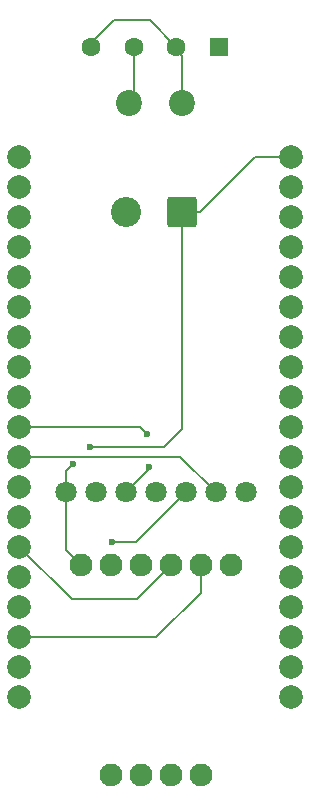
<source format=gbr>
%TF.GenerationSoftware,KiCad,Pcbnew,8.0.6*%
%TF.CreationDate,2025-01-26T20:50:08-07:00*%
%TF.ProjectId,ESP32 IMU,45535033-3220-4494-9d55-2e6b69636164,rev?*%
%TF.SameCoordinates,Original*%
%TF.FileFunction,Copper,L1,Top*%
%TF.FilePolarity,Positive*%
%FSLAX46Y46*%
G04 Gerber Fmt 4.6, Leading zero omitted, Abs format (unit mm)*
G04 Created by KiCad (PCBNEW 8.0.6) date 2025-01-26 20:50:08*
%MOMM*%
%LPD*%
G01*
G04 APERTURE LIST*
G04 Aperture macros list*
%AMRoundRect*
0 Rectangle with rounded corners*
0 $1 Rounding radius*
0 $2 $3 $4 $5 $6 $7 $8 $9 X,Y pos of 4 corners*
0 Add a 4 corners polygon primitive as box body*
4,1,4,$2,$3,$4,$5,$6,$7,$8,$9,$2,$3,0*
0 Add four circle primitives for the rounded corners*
1,1,$1+$1,$2,$3*
1,1,$1+$1,$4,$5*
1,1,$1+$1,$6,$7*
1,1,$1+$1,$8,$9*
0 Add four rect primitives between the rounded corners*
20,1,$1+$1,$2,$3,$4,$5,0*
20,1,$1+$1,$4,$5,$6,$7,0*
20,1,$1+$1,$6,$7,$8,$9,0*
20,1,$1+$1,$8,$9,$2,$3,0*%
G04 Aperture macros list end*
%TA.AperFunction,ComponentPad*%
%ADD10C,1.800000*%
%TD*%
%TA.AperFunction,ComponentPad*%
%ADD11C,2.200000*%
%TD*%
%TA.AperFunction,ComponentPad*%
%ADD12RoundRect,0.249999X1.025001X1.025001X-1.025001X1.025001X-1.025001X-1.025001X1.025001X-1.025001X0*%
%TD*%
%TA.AperFunction,ComponentPad*%
%ADD13C,2.550000*%
%TD*%
%TA.AperFunction,ComponentPad*%
%ADD14RoundRect,0.250000X0.550000X0.550000X-0.550000X0.550000X-0.550000X-0.550000X0.550000X-0.550000X0*%
%TD*%
%TA.AperFunction,ComponentPad*%
%ADD15C,1.600000*%
%TD*%
%TA.AperFunction,ComponentPad*%
%ADD16C,2.000000*%
%TD*%
%TA.AperFunction,ComponentPad*%
%ADD17C,1.930400*%
%TD*%
%TA.AperFunction,ViaPad*%
%ADD18C,0.600000*%
%TD*%
%TA.AperFunction,Conductor*%
%ADD19C,0.200000*%
%TD*%
G04 APERTURE END LIST*
D10*
%TO.P,CAN Bus (Facing UP),1,INT*%
%TO.N,unconnected-(UNIT_2-INT-Pad1)*%
X137120000Y-100190000D03*
%TO.P,CAN Bus (Facing UP),2,SCK*%
%TO.N,SCK*%
X134580000Y-100190000D03*
%TO.P,CAN Bus (Facing UP),3,SI*%
%TO.N,SI*%
X132040000Y-100190000D03*
%TO.P,CAN Bus (Facing UP),4,SO*%
%TO.N,SO*%
X129500000Y-100190000D03*
%TO.P,CAN Bus (Facing UP),5,CS*%
%TO.N,CS*%
X126960000Y-100190000D03*
%TO.P,CAN Bus (Facing UP),6,GND*%
%TO.N,GND*%
X124420000Y-100190000D03*
%TO.P,CAN Bus (Facing UP),7,VCC*%
%TO.N,+5v*%
X121880000Y-100190000D03*
D11*
%TO.P,CAN Bus (Facing UP),8,VCC*%
%TO.N,High*%
X131750000Y-67250000D03*
%TO.P,CAN Bus (Facing UP),9,GND*%
%TO.N,Low*%
X127250000Y-67250000D03*
%TD*%
D12*
%TO.P,J1,1,Pin_1*%
%TO.N,+5v*%
X131750000Y-76500000D03*
D13*
%TO.P,J1,2,Pin_2*%
%TO.N,GND*%
X126950000Y-76500000D03*
%TD*%
D14*
%TO.P,J2,1,Pin_1*%
%TO.N,Low*%
X134850000Y-62500000D03*
D15*
%TO.P,J2,2,Pin_2*%
%TO.N,High*%
X131250000Y-62500000D03*
%TO.P,J2,3,Pin_3*%
%TO.N,Low*%
X127650000Y-62500000D03*
%TO.P,J2,4,Pin_4*%
%TO.N,High*%
X124050000Y-62500000D03*
%TD*%
D16*
%TO.P,UNIT_1,J2-1,3V3*%
%TO.N,unconnected-(UNIT_1-3V3-PadJ2-1)*%
X140981400Y-117536000D03*
%TO.P,UNIT_1,J2-2,EN*%
%TO.N,unconnected-(UNIT_1-EN-PadJ2-2)*%
X140981400Y-114996000D03*
%TO.P,UNIT_1,J2-3,SENSOR_VP*%
%TO.N,unconnected-(UNIT_1-SENSOR_VP-PadJ2-3)*%
X140981400Y-112456000D03*
%TO.P,UNIT_1,J2-4,SENSOR_VN*%
%TO.N,unconnected-(UNIT_1-SENSOR_VN-PadJ2-4)*%
X140981400Y-109916000D03*
%TO.P,UNIT_1,J2-5,IO34*%
%TO.N,unconnected-(UNIT_1-IO34-PadJ2-5)*%
X140981400Y-107376000D03*
%TO.P,UNIT_1,J2-6,IO35*%
%TO.N,unconnected-(UNIT_1-IO35-PadJ2-6)*%
X140981400Y-104836000D03*
%TO.P,UNIT_1,J2-7,IO32*%
%TO.N,unconnected-(UNIT_1-IO32-PadJ2-7)*%
X140981400Y-102296000D03*
%TO.P,UNIT_1,J2-8,IO33*%
%TO.N,unconnected-(UNIT_1-IO33-PadJ2-8)*%
X140981400Y-99756000D03*
%TO.P,UNIT_1,J2-9,IO25*%
%TO.N,unconnected-(UNIT_1-IO25-PadJ2-9)*%
X140981400Y-97216000D03*
%TO.P,UNIT_1,J2-10,IO26*%
%TO.N,unconnected-(UNIT_1-IO26-PadJ2-10)*%
X140981400Y-94676000D03*
%TO.P,UNIT_1,J2-11,IO27*%
%TO.N,unconnected-(UNIT_1-IO27-PadJ2-11)*%
X140981400Y-92136000D03*
%TO.P,UNIT_1,J2-12,IO14*%
%TO.N,unconnected-(UNIT_1-IO14-PadJ2-12)*%
X140981400Y-89596000D03*
%TO.P,UNIT_1,J2-13,IO12*%
%TO.N,unconnected-(UNIT_1-IO12-PadJ2-13)*%
X140981400Y-87056000D03*
%TO.P,UNIT_1,J2-14,GND1*%
%TO.N,GND*%
X140981400Y-84516000D03*
%TO.P,UNIT_1,J2-15,IO13*%
%TO.N,unconnected-(UNIT_1-IO13-PadJ2-15)*%
X140981400Y-81976000D03*
%TO.P,UNIT_1,J2-16,SD2*%
%TO.N,unconnected-(UNIT_1-SD2-PadJ2-16)*%
X140981400Y-79436000D03*
%TO.P,UNIT_1,J2-17,SD3*%
%TO.N,unconnected-(UNIT_1-SD3-PadJ2-17)*%
X140981400Y-76896000D03*
%TO.P,UNIT_1,J2-18,CMD*%
%TO.N,unconnected-(UNIT_1-CMD-PadJ2-18)*%
X140981400Y-74356000D03*
%TO.P,UNIT_1,J2-19,EXT_5V*%
%TO.N,+5v*%
X140981400Y-71816000D03*
%TO.P,UNIT_1,J3-1,GND3*%
%TO.N,GND*%
X117941400Y-117516000D03*
%TO.P,UNIT_1,J3-2,IO23*%
%TO.N,SI*%
X117941400Y-114976000D03*
%TO.P,UNIT_1,J3-3,IO22*%
%TO.N,SCL*%
X117941400Y-112436000D03*
%TO.P,UNIT_1,J3-4,TXD0*%
%TO.N,unconnected-(UNIT_1-TXD0-PadJ3-4)*%
X117941400Y-109896000D03*
%TO.P,UNIT_1,J3-5,RXD0*%
%TO.N,unconnected-(UNIT_1-RXD0-PadJ3-5)*%
X117941400Y-107356000D03*
%TO.P,UNIT_1,J3-6,IO21*%
%TO.N,SDA*%
X117941400Y-104816000D03*
%TO.P,UNIT_1,J3-7,GND2*%
%TO.N,GND*%
X117941400Y-102276000D03*
%TO.P,UNIT_1,J3-8,IO19*%
%TO.N,SO*%
X117941400Y-99736000D03*
%TO.P,UNIT_1,J3-9,IO18*%
%TO.N,SCK*%
X117941400Y-97196000D03*
%TO.P,UNIT_1,J3-10,IO5*%
%TO.N,CS*%
X117941400Y-94656000D03*
%TO.P,UNIT_1,J3-11,IO17*%
%TO.N,unconnected-(UNIT_1-IO17-PadJ3-11)*%
X117941400Y-92116000D03*
%TO.P,UNIT_1,J3-12,IO16*%
%TO.N,unconnected-(UNIT_1-IO16-PadJ3-12)*%
X117941400Y-89576000D03*
%TO.P,UNIT_1,J3-13,IO4*%
%TO.N,unconnected-(UNIT_1-IO4-PadJ3-13)*%
X117941400Y-87036000D03*
%TO.P,UNIT_1,J3-14,IO0*%
%TO.N,unconnected-(UNIT_1-IO0-PadJ3-14)*%
X117941400Y-84496000D03*
%TO.P,UNIT_1,J3-15,IO2*%
%TO.N,unconnected-(UNIT_1-IO2-PadJ3-15)*%
X117941400Y-81956000D03*
%TO.P,UNIT_1,J3-16,IO15*%
%TO.N,unconnected-(UNIT_1-IO15-PadJ3-16)*%
X117941400Y-79416000D03*
%TO.P,UNIT_1,J3-17,SD1*%
%TO.N,unconnected-(UNIT_1-SD1-PadJ3-17)*%
X117941400Y-76876000D03*
%TO.P,UNIT_1,J3-18,SD0*%
%TO.N,unconnected-(UNIT_1-SD0-PadJ3-18)*%
X117941400Y-74336000D03*
%TO.P,UNIT_1,J3-19,CLK*%
%TO.N,unconnected-(UNIT_1-CLK-PadJ3-19)*%
X117941400Y-71796000D03*
%TD*%
D17*
%TO.P,UNIT_3,1,VIN*%
%TO.N,+5v*%
X123150000Y-106390000D03*
%TO.P,UNIT_3,2,3VO*%
%TO.N,unconnected-(UNIT_3-3VO-Pad2)*%
X125690000Y-106390000D03*
%TO.P,UNIT_3,3,GND*%
%TO.N,GND*%
X128230000Y-106390000D03*
%TO.P,UNIT_3,4,SDA*%
%TO.N,SDA*%
X130770000Y-106390000D03*
%TO.P,UNIT_3,5,SCL*%
%TO.N,SCL*%
X133310000Y-106390000D03*
%TO.P,UNIT_3,6,RST*%
%TO.N,unconnected-(UNIT_3-RST-Pad6)*%
X135850000Y-106390000D03*
%TO.P,UNIT_3,7,ADR*%
%TO.N,unconnected-(UNIT_3-ADR-Pad7)*%
X133310000Y-124170000D03*
%TO.P,UNIT_3,8,INT*%
%TO.N,unconnected-(UNIT_3-INT-Pad8)*%
X130770000Y-124170000D03*
%TO.P,UNIT_3,9,PS1*%
%TO.N,unconnected-(UNIT_3-PS1-Pad9)*%
X128230000Y-124170000D03*
%TO.P,UNIT_3,10,PS0*%
%TO.N,unconnected-(UNIT_3-PS0-Pad10)*%
X125690000Y-124170000D03*
%TD*%
D18*
%TO.N,+5v*%
X122500000Y-97800000D03*
X123900000Y-96400000D03*
%TO.N,CS*%
X128800000Y-95300000D03*
X128900000Y-98100000D03*
%TO.N,SI*%
X125800000Y-104400000D03*
%TD*%
D19*
%TO.N,+5v*%
X121880000Y-98420000D02*
X122500000Y-97800000D01*
X121880000Y-100190000D02*
X121880000Y-98420000D01*
X130170000Y-96400000D02*
X123900000Y-96400000D01*
X131750000Y-94820000D02*
X130170000Y-96400000D01*
%TO.N,CS*%
X126960000Y-100190000D02*
X128900000Y-98250000D01*
X128900000Y-98250000D02*
X128900000Y-98100000D01*
X128800000Y-95300000D02*
X128156000Y-94656000D01*
X128156000Y-94656000D02*
X117941400Y-94656000D01*
%TO.N,SCK*%
X134580000Y-100190000D02*
X131586000Y-97196000D01*
X131586000Y-97196000D02*
X117941400Y-97196000D01*
%TO.N,SI*%
X125800000Y-104400000D02*
X127830000Y-104400000D01*
X127830000Y-104400000D02*
X132040000Y-100190000D01*
%TO.N,+5v*%
X121880000Y-100190000D02*
X121880000Y-105120000D01*
X121880000Y-105120000D02*
X123150000Y-106390000D01*
X131750000Y-76500000D02*
X131750000Y-94820000D01*
X133250000Y-76500000D02*
X137934000Y-71816000D01*
X131750000Y-76500000D02*
X133250000Y-76500000D01*
X137934000Y-71816000D02*
X140981400Y-71816000D01*
%TO.N,SDA*%
X122375400Y-109250000D02*
X117941400Y-104816000D01*
X130770000Y-106390000D02*
X127910000Y-109250000D01*
X127910000Y-109250000D02*
X122375400Y-109250000D01*
%TO.N,SCL*%
X133310000Y-108690000D02*
X129564000Y-112436000D01*
X129564000Y-112436000D02*
X117941400Y-112436000D01*
X133310000Y-106390000D02*
X133310000Y-108690000D01*
%TO.N,Low*%
X127650000Y-62500000D02*
X127650000Y-66850000D01*
X127650000Y-66850000D02*
X127250000Y-67250000D01*
%TO.N,High*%
X129000000Y-60250000D02*
X131250000Y-62500000D01*
X124050000Y-62500000D02*
X124050000Y-62200000D01*
X131250000Y-62500000D02*
X131250000Y-62750000D01*
X131750000Y-63250000D02*
X131750000Y-67250000D01*
X124050000Y-62200000D02*
X126000000Y-60250000D01*
X126000000Y-60250000D02*
X129000000Y-60250000D01*
X131250000Y-62750000D02*
X131750000Y-63250000D01*
%TD*%
M02*

</source>
